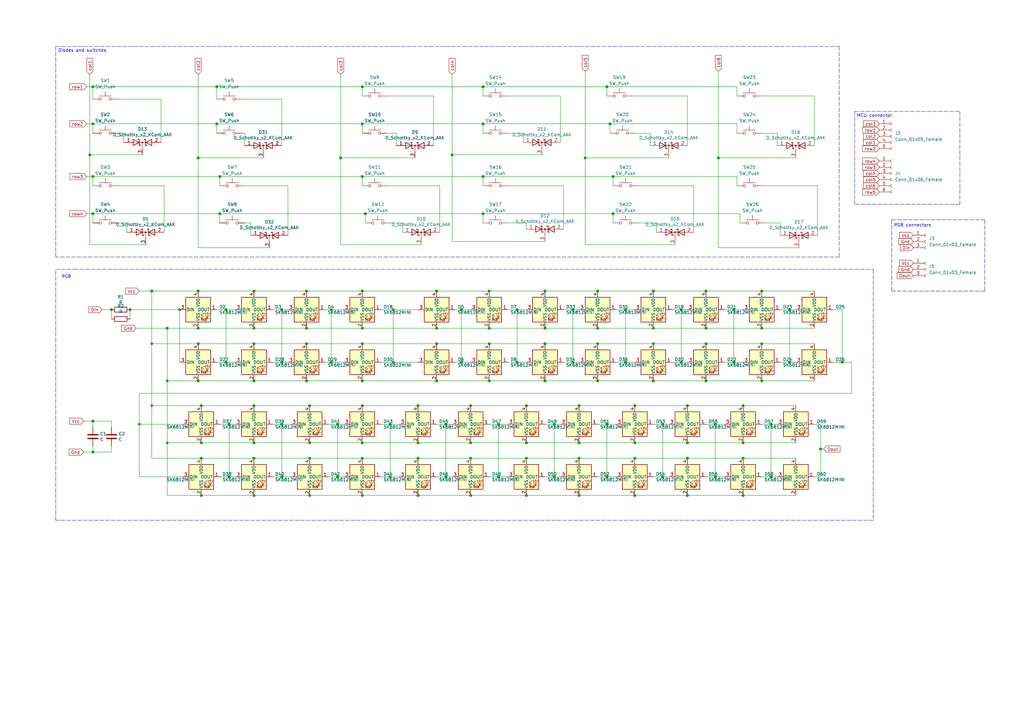
<source format=kicad_sch>
(kicad_sch (version 20211123) (generator eeschema)
  (paper "A3")
  (title_block (title "flex.sch") (date "2022-02-20") (company "bastard keyboards") (comment 3 "CC BY-NC-SA 4.0") (comment 4 "Copyright Quentin Lebastard 2022"))
  (junction (at 312.42 140.97) (diameter 1.016))
  (junction (at 316.23 195.58) (diameter 1.016))
  (junction (at 345.44 148.59) (diameter 1.016))
  (junction (at 148.59 35.56) (diameter 1.016))
  (junction (at 215.9 166.37) (diameter 1.016))
  (junction (at 62.23 140.97))
  (junction (at 281.94 187.96) (diameter 1.016))
  (junction (at 240.03 64.77) (diameter 1.016))
  (junction (at 200.66 140.97) (diameter 1.016))
  (junction (at 179.07 119.38) (diameter 1.016))
  (junction (at 200.66 119.38) (diameter 1.016))
  (junction (at 198.12 87.63) (diameter 1.016))
  (junction (at 215.9 187.96) (diameter 1.016))
  (junction (at 68.58 134.62) (diameter 1.016))
  (junction (at 127 166.37) (diameter 1.016))
  (junction (at 88.9 35.56) (diameter 1.016))
  (junction (at 227.33 195.58) (diameter 1.016))
  (junction (at 304.8 187.96) (diameter 1.016))
  (junction (at 179.07 134.62) (diameter 1.016))
  (junction (at 189.23 148.59) (diameter 1.016))
  (junction (at 245.11 140.97) (diameter 1.016))
  (junction (at 115.57 173.99) (diameter 1.016))
  (junction (at 256.54 127) (diameter 1.016))
  (junction (at 82.55 181.61) (diameter 1.016))
  (junction (at 104.14 119.38) (diameter 1.016))
  (junction (at 171.45 181.61) (diameter 1.016))
  (junction (at 215.9 181.61) (diameter 1.016))
  (junction (at 312.42 134.62) (diameter 1.016))
  (junction (at 82.55 203.2) (diameter 1.016))
  (junction (at 171.45 166.37) (diameter 1.016))
  (junction (at 148.59 72.39) (diameter 1.016))
  (junction (at 223.52 134.62) (diameter 1.016))
  (junction (at 289.56 140.97) (diameter 1.016))
  (junction (at 115.57 127) (diameter 1.016))
  (junction (at 104.14 140.97) (diameter 1.016))
  (junction (at 279.4 127) (diameter 1.016))
  (junction (at 68.58 156.21))
  (junction (at 215.9 203.2) (diameter 1.016))
  (junction (at 82.55 187.96) (diameter 1.016))
  (junction (at 256.54 148.59) (diameter 1.016))
  (junction (at 38.1 72.39) (diameter 1.016))
  (junction (at 200.66 156.21) (diameter 1.016))
  (junction (at 93.98 173.99) (diameter 1.016))
  (junction (at 127 187.96) (diameter 1.016))
  (junction (at 182.88 195.58) (diameter 1.016))
  (junction (at 245.11 156.21) (diameter 1.016))
  (junction (at 92.71 148.59) (diameter 1.016))
  (junction (at 104.14 187.96) (diameter 1.016))
  (junction (at 138.43 173.99) (diameter 1.016))
  (junction (at 81.28 119.38) (diameter 1.016))
  (junction (at 88.9 50.8) (diameter 1.016))
  (junction (at 281.94 203.2) (diameter 1.016))
  (junction (at 248.92 35.56) (diameter 1.016))
  (junction (at 212.09 127) (diameter 1.016))
  (junction (at 316.23 173.99) (diameter 1.016))
  (junction (at 81.28 156.21) (diameter 1.016))
  (junction (at 281.94 181.61) (diameter 1.016))
  (junction (at 115.57 148.59) (diameter 1.016))
  (junction (at 125.73 134.62) (diameter 1.016))
  (junction (at 300.99 127) (diameter 1.016))
  (junction (at 38.1 172.72) (diameter 1.016))
  (junction (at 81.28 64.77) (diameter 1.016))
  (junction (at 293.37 195.58) (diameter 1.016))
  (junction (at 204.47 173.99) (diameter 1.016))
  (junction (at 323.85 148.59) (diameter 1.016))
  (junction (at 267.97 156.21) (diameter 1.016))
  (junction (at 104.14 166.37) (diameter 1.016))
  (junction (at 57.15 173.99))
  (junction (at 289.56 134.62) (diameter 1.016))
  (junction (at 38.1 35.56) (diameter 1.016))
  (junction (at 234.95 127) (diameter 1.016))
  (junction (at 248.92 173.99) (diameter 1.016))
  (junction (at 148.59 134.62) (diameter 1.016))
  (junction (at 82.55 166.37) (diameter 1.016))
  (junction (at 223.52 156.21) (diameter 1.016))
  (junction (at 148.59 119.38) (diameter 1.016))
  (junction (at 260.35 187.96) (diameter 1.016))
  (junction (at 161.29 148.59) (diameter 1.016))
  (junction (at 271.78 173.99) (diameter 1.016))
  (junction (at 148.59 156.21) (diameter 1.016))
  (junction (at 62.23 119.38) (diameter 1.016))
  (junction (at 53.34 127) (diameter 1.016))
  (junction (at 38.1 50.8) (diameter 1.016))
  (junction (at 281.94 166.37) (diameter 1.016))
  (junction (at 93.98 195.58) (diameter 1.016))
  (junction (at 81.28 134.62) (diameter 1.016))
  (junction (at 245.11 134.62) (diameter 1.016))
  (junction (at 289.56 156.21) (diameter 1.016))
  (junction (at 115.57 195.58) (diameter 1.016))
  (junction (at 234.95 148.59) (diameter 1.016))
  (junction (at 127 203.2) (diameter 1.016))
  (junction (at 300.99 148.59) (diameter 1.016))
  (junction (at 267.97 119.38) (diameter 1.016))
  (junction (at 161.29 127) (diameter 1.016))
  (junction (at 237.49 181.61) (diameter 1.016))
  (junction (at 289.56 119.38) (diameter 1.016))
  (junction (at 304.8 181.61) (diameter 1.016))
  (junction (at 104.14 156.21) (diameter 1.016))
  (junction (at 182.88 173.99) (diameter 1.016))
  (junction (at 104.14 181.61) (diameter 1.016))
  (junction (at 204.47 195.58) (diameter 1.016))
  (junction (at 127 181.61) (diameter 1.016))
  (junction (at 260.35 181.61) (diameter 1.016))
  (junction (at 245.11 119.38) (diameter 1.016))
  (junction (at 198.12 72.39) (diameter 1.016))
  (junction (at 189.23 127) (diameter 1.016))
  (junction (at 149.86 87.63) (diameter 1.016))
  (junction (at 198.12 50.8) (diameter 1.016))
  (junction (at 251.46 87.63) (diameter 1.016))
  (junction (at 223.52 119.38) (diameter 1.016))
  (junction (at 323.85 127) (diameter 1.016))
  (junction (at 260.35 166.37) (diameter 1.016))
  (junction (at 193.04 187.96) (diameter 1.016))
  (junction (at 148.59 50.8) (diameter 1.016))
  (junction (at 227.33 173.99) (diameter 1.016))
  (junction (at 62.23 166.37))
  (junction (at 125.73 140.97) (diameter 1.016))
  (junction (at 104.14 203.2) (diameter 1.016))
  (junction (at 304.8 203.2) (diameter 1.016))
  (junction (at 125.73 156.21) (diameter 1.016))
  (junction (at 212.09 148.59) (diameter 1.016))
  (junction (at 125.73 119.38) (diameter 1.016))
  (junction (at 148.59 203.2) (diameter 1.016))
  (junction (at 148.59 140.97) (diameter 1.016))
  (junction (at 279.4 148.59) (diameter 1.016))
  (junction (at 248.92 195.58) (diameter 1.016))
  (junction (at 148.59 166.37) (diameter 1.016))
  (junction (at 198.12 35.56) (diameter 1.016))
  (junction (at 267.97 140.97) (diameter 1.016))
  (junction (at 251.46 72.39) (diameter 1.016))
  (junction (at 73.66 127) (diameter 1.016))
  (junction (at 68.58 181.61))
  (junction (at 185.42 63.5) (diameter 1.016))
  (junction (at 294.64 64.77) (diameter 1.016))
  (junction (at 135.89 127) (diameter 1.016))
  (junction (at 171.45 203.2) (diameter 1.016))
  (junction (at 237.49 203.2) (diameter 1.016))
  (junction (at 179.07 156.21) (diameter 1.016))
  (junction (at 160.02 173.99) (diameter 1.016))
  (junction (at 304.8 166.37) (diameter 1.016))
  (junction (at 160.02 195.58) (diameter 1.016))
  (junction (at 193.04 181.61) (diameter 1.016))
  (junction (at 336.55 184.15) (diameter 1.016))
  (junction (at 250.19 50.8) (diameter 1.016))
  (junction (at 38.1 87.63) (diameter 1.016))
  (junction (at 179.07 140.97) (diameter 1.016))
  (junction (at 193.04 203.2) (diameter 1.016))
  (junction (at 260.35 203.2) (diameter 1.016))
  (junction (at 267.97 134.62) (diameter 1.016))
  (junction (at 171.45 187.96) (diameter 1.016))
  (junction (at 139.7 64.77) (diameter 1.016))
  (junction (at 148.59 187.96) (diameter 1.016))
  (junction (at 104.14 134.62) (diameter 1.016))
  (junction (at 271.78 195.58) (diameter 1.016))
  (junction (at 237.49 187.96) (diameter 1.016))
  (junction (at 138.43 195.58) (diameter 1.016))
  (junction (at 45.72 127) (diameter 1.016))
  (junction (at 193.04 166.37) (diameter 1.016))
  (junction (at 81.28 140.97) (diameter 1.016))
  (junction (at 223.52 140.97) (diameter 1.016))
  (junction (at 148.59 181.61) (diameter 1.016))
  (junction (at 36.83 63.5) (diameter 1.016))
  (junction (at 293.37 173.99) (diameter 1.016))
  (junction (at 312.42 156.21) (diameter 1.016))
  (junction (at 92.71 127) (diameter 1.016))
  (junction (at 135.89 148.59) (diameter 1.016))
  (junction (at 312.42 119.38) (diameter 1.016))
  (junction (at 38.1 185.42) (diameter 1.016))
  (junction (at 90.17 72.39) (diameter 1.016))
  (junction (at 90.17 87.63) (diameter 1.016))
  (junction (at 200.66 134.62) (diameter 1.016))
  (junction (at 237.49 166.37) (diameter 1.016))
  (wire (pts (xy 82.55 166.37) (xy 104.14 166.37)))
  (wire (pts (xy 186.69 127) (xy 189.23 127)))
  (wire (pts (xy 271.78 173.99) (xy 271.78 195.58)))
  (wire (pts (xy 294.64 101.6) (xy 327.66 101.6)))
  (wire (pts (xy 93.98 173.99) (xy 96.52 173.99)))
  (wire (pts (xy 198.12 35.56) (xy 198.12 39.37)))
  (wire (pts (xy 231.14 127) (xy 234.95 127)))
  (wire (pts (xy 312.42 76.2) (xy 335.28 76.2)))
  (wire (pts (xy 281.94 187.96) (xy 304.8 187.96)))
  (wire (pts (xy 172.72 100.33) (xy 139.7 100.33)))
  (wire (pts (xy 111.76 148.59) (xy 115.57 148.59)))
  (wire (pts (xy 294.64 29.21) (xy 294.64 64.77)))
  (polyline (pts (xy 403.86 90.17) (xy 403.86 119.38)))
  (wire (pts (xy 223.52 156.21) (xy 245.11 156.21)))
  (wire (pts (xy 281.94 39.37) (xy 281.94 59.69)))
  (wire (pts (xy 38.1 72.39) (xy 38.1 76.2)))
  (wire (pts (xy 165.1 91.44) (xy 165.1 95.25)))
  (wire (pts (xy 135.89 148.59) (xy 140.97 148.59)))
  (wire (pts (xy 345.44 148.59) (xy 349.25 148.59)))
  (wire (pts (xy 227.33 173.99) (xy 227.33 195.58)))
  (wire (pts (xy 158.75 39.37) (xy 177.8 39.37)))
  (polyline (pts (xy 358.14 110.49) (xy 358.14 213.36)))
  (wire (pts (xy 148.59 166.37) (xy 171.45 166.37)))
  (wire (pts (xy 177.8 39.37) (xy 177.8 59.69)))
  (wire (pts (xy 148.59 72.39) (xy 148.59 76.2)))
  (wire (pts (xy 57.15 161.29) (xy 57.15 173.99)))
  (wire (pts (xy 227.33 195.58) (xy 229.87 195.58)))
  (wire (pts (xy 251.46 87.63) (xy 198.12 87.63)))
  (wire (pts (xy 320.04 91.44) (xy 320.04 96.52)))
  (wire (pts (xy 160.02 173.99) (xy 160.02 195.58)))
  (wire (pts (xy 231.14 148.59) (xy 234.95 148.59)))
  (wire (pts (xy 104.14 119.38) (xy 125.73 119.38)))
  (polyline (pts (xy 22.86 110.49) (xy 30.48 110.49)))
  (wire (pts (xy 266.7 54.61) (xy 266.7 59.69)))
  (wire (pts (xy 293.37 173.99) (xy 297.18 173.99)))
  (wire (pts (xy 81.28 64.77) (xy 81.28 101.6)))
  (polyline (pts (xy 22.86 19.05) (xy 344.17 19.05)))
  (wire (pts (xy 193.04 166.37) (xy 215.9 166.37)))
  (wire (pts (xy 135.89 127) (xy 140.97 127)))
  (wire (pts (xy 156.21 127) (xy 161.29 127)))
  (wire (pts (xy 38.1 185.42) (xy 38.1 182.88)))
  (wire (pts (xy 240.03 64.77) (xy 274.32 64.77)))
  (wire (pts (xy 115.57 195.58) (xy 119.38 195.58)))
  (wire (pts (xy 200.66 173.99) (xy 204.47 173.99)))
  (wire (pts (xy 62.23 166.37) (xy 62.23 187.96)))
  (wire (pts (xy 99.06 40.64) (xy 115.57 40.64)))
  (polyline (pts (xy 365.76 90.17) (xy 365.76 119.38)))
  (wire (pts (xy 161.29 148.59) (xy 171.45 148.59)))
  (wire (pts (xy 237.49 203.2) (xy 260.35 203.2)))
  (wire (pts (xy 148.59 181.61) (xy 171.45 181.61)))
  (wire (pts (xy 68.58 134.62) (xy 81.28 134.62)))
  (wire (pts (xy 90.17 87.63) (xy 149.86 87.63)))
  (wire (pts (xy 240.03 29.21) (xy 240.03 64.77)))
  (wire (pts (xy 204.47 195.58) (xy 208.28 195.58)))
  (wire (pts (xy 312.42 134.62) (xy 334.01 134.62)))
  (wire (pts (xy 158.75 54.61) (xy 162.56 54.61)))
  (wire (pts (xy 215.9 203.2) (xy 237.49 203.2)))
  (wire (pts (xy 231.14 76.2) (xy 231.14 93.98)))
  (wire (pts (xy 313.69 91.44) (xy 320.04 91.44)))
  (wire (pts (xy 104.14 166.37) (xy 127 166.37)))
  (wire (pts (xy 281.94 203.2) (xy 304.8 203.2)))
  (wire (pts (xy 208.28 127) (xy 212.09 127)))
  (wire (pts (xy 198.12 87.63) (xy 198.12 91.44)))
  (wire (pts (xy 88.9 50.8) (xy 148.59 50.8)))
  (wire (pts (xy 57.15 195.58) (xy 57.15 173.99)))
  (wire (pts (xy 289.56 140.97) (xy 312.42 140.97)))
  (wire (pts (xy 38.1 35.56) (xy 38.1 40.64)))
  (wire (pts (xy 82.55 187.96) (xy 104.14 187.96)))
  (wire (pts (xy 223.52 134.62) (xy 245.11 134.62)))
  (wire (pts (xy 148.59 134.62) (xy 179.07 134.62)))
  (wire (pts (xy 104.14 181.61) (xy 127 181.61)))
  (wire (pts (xy 260.35 181.61) (xy 281.94 181.61)))
  (wire (pts (xy 234.95 127) (xy 234.95 148.59)))
  (wire (pts (xy 125.73 156.21) (xy 148.59 156.21)))
  (wire (pts (xy 312.42 140.97) (xy 334.01 140.97)))
  (wire (pts (xy 52.07 91.44) (xy 52.07 95.25)))
  (polyline (pts (xy 22.86 19.05) (xy 22.86 105.41)))
  (wire (pts (xy 275.59 148.59) (xy 279.4 148.59)))
  (wire (pts (xy 134.62 195.58) (xy 138.43 195.58)))
  (wire (pts (xy 245.11 140.97) (xy 267.97 140.97)))
  (wire (pts (xy 88.9 35.56) (xy 148.59 35.56)))
  (wire (pts (xy 82.55 181.61) (xy 104.14 181.61)))
  (polyline (pts (xy 393.7 83.82) (xy 350.52 83.82)))
  (wire (pts (xy 304.8 181.61) (xy 326.39 181.61)))
  (wire (pts (xy 245.11 156.21) (xy 267.97 156.21)))
  (wire (pts (xy 62.23 187.96) (xy 82.55 187.96)))
  (wire (pts (xy 135.89 127) (xy 135.89 148.59)))
  (wire (pts (xy 261.62 91.44) (xy 269.24 91.44)))
  (wire (pts (xy 279.4 148.59) (xy 281.94 148.59)))
  (wire (pts (xy 293.37 195.58) (xy 297.18 195.58)))
  (wire (pts (xy 245.11 173.99) (xy 248.92 173.99)))
  (wire (pts (xy 68.58 181.61) (xy 82.55 181.61)))
  (polyline (pts (xy 350.52 45.72) (xy 393.7 45.72)))
  (wire (pts (xy 200.66 140.97) (xy 223.52 140.97)))
  (wire (pts (xy 320.04 148.59) (xy 323.85 148.59)))
  (wire (pts (xy 36.83 30.48) (xy 36.83 63.5)))
  (wire (pts (xy 256.54 127) (xy 260.35 127)))
  (wire (pts (xy 162.56 54.61) (xy 162.56 59.69)))
  (wire (pts (xy 160.02 173.99) (xy 163.83 173.99)))
  (wire (pts (xy 212.09 127) (xy 215.9 127)))
  (wire (pts (xy 45.72 127) (xy 45.72 130.81)))
  (wire (pts (xy 81.28 140.97) (xy 62.23 140.97)))
  (wire (pts (xy 248.92 195.58) (xy 252.73 195.58)))
  (wire (pts (xy 90.17 87.63) (xy 90.17 91.44)))
  (wire (pts (xy 148.59 35.56) (xy 148.59 39.37)))
  (wire (pts (xy 38.1 172.72) (xy 34.29 172.72)))
  (wire (pts (xy 38.1 87.63) (xy 38.1 91.44)))
  (wire (pts (xy 252.73 148.59) (xy 256.54 148.59)))
  (wire (pts (xy 215.9 187.96) (xy 237.49 187.96)))
  (wire (pts (xy 289.56 156.21) (xy 312.42 156.21)))
  (wire (pts (xy 248.92 173.99) (xy 252.73 173.99)))
  (wire (pts (xy 312.42 39.37) (xy 334.01 39.37)))
  (wire (pts (xy 179.07 134.62) (xy 200.66 134.62)))
  (wire (pts (xy 200.66 134.62) (xy 223.52 134.62)))
  (wire (pts (xy 88.9 148.59) (xy 92.71 148.59)))
  (wire (pts (xy 294.64 64.77) (xy 294.64 101.6)))
  (wire (pts (xy 68.58 156.21) (xy 81.28 156.21)))
  (wire (pts (xy 179.07 195.58) (xy 182.88 195.58)))
  (wire (pts (xy 115.57 148.59) (xy 118.11 148.59)))
  (wire (pts (xy 55.88 134.62) (xy 68.58 134.62)))
  (polyline (pts (xy 344.17 19.05) (xy 344.17 105.41)))
  (wire (pts (xy 104.14 203.2) (xy 127 203.2)))
  (wire (pts (xy 336.55 184.15) (xy 336.55 195.58)))
  (wire (pts (xy 68.58 156.21) (xy 68.58 181.61)))
  (wire (pts (xy 34.29 185.42) (xy 38.1 185.42)))
  (wire (pts (xy 35.56 87.63) (xy 38.1 87.63)))
  (wire (pts (xy 160.02 195.58) (xy 163.83 195.58)))
  (wire (pts (xy 349.25 161.29) (xy 57.15 161.29)))
  (wire (pts (xy 57.15 173.99) (xy 74.93 173.99)))
  (wire (pts (xy 267.97 140.97) (xy 289.56 140.97)))
  (wire (pts (xy 189.23 148.59) (xy 193.04 148.59)))
  (wire (pts (xy 267.97 195.58) (xy 271.78 195.58)))
  (wire (pts (xy 88.9 35.56) (xy 88.9 40.64)))
  (wire (pts (xy 198.12 35.56) (xy 248.92 35.56)))
  (wire (pts (xy 250.19 50.8) (xy 302.26 50.8)))
  (wire (pts (xy 260.35 187.96) (xy 281.94 187.96)))
  (wire (pts (xy 279.4 127) (xy 279.4 148.59)))
  (wire (pts (xy 179.07 156.21) (xy 200.66 156.21)))
  (wire (pts (xy 111.76 127) (xy 115.57 127)))
  (wire (pts (xy 240.03 100.33) (xy 276.86 100.33)))
  (wire (pts (xy 245.11 195.58) (xy 248.92 195.58)))
  (wire (pts (xy 171.45 187.96) (xy 193.04 187.96)))
  (wire (pts (xy 245.11 134.62) (xy 267.97 134.62)))
  (wire (pts (xy 36.83 100.33) (xy 59.69 100.33)))
  (wire (pts (xy 92.71 127) (xy 92.71 148.59)))
  (wire (pts (xy 62.23 140.97) (xy 62.23 119.38)))
  (wire (pts (xy 99.06 54.61) (xy 100.33 54.61)))
  (wire (pts (xy 171.45 181.61) (xy 193.04 181.61)))
  (wire (pts (xy 269.24 91.44) (xy 269.24 95.25)))
  (wire (pts (xy 156.21 195.58) (xy 160.02 195.58)))
  (wire (pts (xy 323.85 127) (xy 323.85 148.59)))
  (wire (pts (xy 35.56 72.39) (xy 38.1 72.39)))
  (wire (pts (xy 182.88 173.99) (xy 182.88 195.58)))
  (wire (pts (xy 256.54 127) (xy 256.54 148.59)))
  (wire (pts (xy 81.28 134.62) (xy 104.14 134.62)))
  (wire (pts (xy 45.72 175.26) (xy 45.72 172.72)))
  (wire (pts (xy 115.57 173.99) (xy 119.38 173.99)))
  (wire (pts (xy 81.28 156.21) (xy 104.14 156.21)))
  (wire (pts (xy 212.09 127) (xy 212.09 148.59)))
  (wire (pts (xy 118.11 76.2) (xy 118.11 96.52)))
  (wire (pts (xy 302.26 72.39) (xy 302.26 76.2)))
  (wire (pts (xy 35.56 50.8) (xy 38.1 50.8)))
  (wire (pts (xy 256.54 148.59) (xy 260.35 148.59)))
  (wire (pts (xy 133.35 148.59) (xy 135.89 148.59)))
  (wire (pts (xy 104.14 187.96) (xy 127 187.96)))
  (wire (pts (xy 284.48 76.2) (xy 284.48 95.25)))
  (wire (pts (xy 93.98 173.99) (xy 93.98 195.58)))
  (wire (pts (xy 336.55 173.99) (xy 336.55 184.15)))
  (wire (pts (xy 300.99 127) (xy 300.99 148.59)))
  (wire (pts (xy 111.76 173.99) (xy 115.57 173.99)))
  (wire (pts (xy 260.35 54.61) (xy 266.7 54.61)))
  (wire (pts (xy 200.66 195.58) (xy 204.47 195.58)))
  (wire (pts (xy 227.33 173.99) (xy 229.87 173.99)))
  (wire (pts (xy 156.21 173.99) (xy 160.02 173.99)))
  (wire (pts (xy 316.23 195.58) (xy 318.77 195.58)))
  (wire (pts (xy 48.26 76.2) (xy 67.31 76.2)))
  (wire (pts (xy 300.99 148.59) (xy 304.8 148.59)))
  (wire (pts (xy 267.97 156.21) (xy 289.56 156.21)))
  (wire (pts (xy 234.95 148.59) (xy 237.49 148.59)))
  (wire (pts (xy 38.1 35.56) (xy 88.9 35.56)))
  (wire (pts (xy 125.73 140.97) (xy 148.59 140.97)))
  (wire (pts (xy 234.95 127) (xy 237.49 127)))
  (wire (pts (xy 198.12 72.39) (xy 198.12 76.2)))
  (wire (pts (xy 38.1 50.8) (xy 88.9 50.8)))
  (polyline (pts (xy 344.17 105.41) (xy 22.86 105.41)))
  (wire (pts (xy 35.56 35.56) (xy 38.1 35.56)))
  (wire (pts (xy 289.56 134.62) (xy 312.42 134.62)))
  (wire (pts (xy 297.18 127) (xy 300.99 127)))
  (wire (pts (xy 208.28 148.59) (xy 212.09 148.59)))
  (wire (pts (xy 161.29 127) (xy 161.29 148.59)))
  (wire (pts (xy 275.59 127) (xy 279.4 127)))
  (wire (pts (xy 193.04 203.2) (xy 215.9 203.2)))
  (polyline (pts (xy 350.52 45.72) (xy 350.52 83.82)))
  (polyline (pts (xy 393.7 45.72) (xy 393.7 83.82)))
  (wire (pts (xy 189.23 127) (xy 189.23 148.59)))
  (wire (pts (xy 90.17 173.99) (xy 93.98 173.99)))
  (wire (pts (xy 81.28 119.38) (xy 104.14 119.38)))
  (wire (pts (xy 240.03 64.77) (xy 240.03 100.33)))
  (wire (pts (xy 208.28 91.44) (xy 215.9 91.44)))
  (wire (pts (xy 171.45 203.2) (xy 193.04 203.2)))
  (wire (pts (xy 341.63 148.59) (xy 345.44 148.59)))
  (wire (pts (xy 212.09 148.59) (xy 215.9 148.59)))
  (wire (pts (xy 104.14 156.21) (xy 125.73 156.21)))
  (wire (pts (xy 193.04 181.61) (xy 215.9 181.61)))
  (wire (pts (xy 304.8 203.2) (xy 326.39 203.2)))
  (wire (pts (xy 200.66 156.21) (xy 223.52 156.21)))
  (wire (pts (xy 229.87 58.42) (xy 229.87 39.37)))
  (wire (pts (xy 312.42 195.58) (xy 316.23 195.58)))
  (wire (pts (xy 148.59 140.97) (xy 179.07 140.97)))
  (wire (pts (xy 158.75 76.2) (xy 180.34 76.2)))
  (wire (pts (xy 302.26 50.8) (xy 302.26 54.61)))
  (wire (pts (xy 334.01 39.37) (xy 334.01 59.69)))
  (wire (pts (xy 133.35 127) (xy 135.89 127)))
  (wire (pts (xy 289.56 119.38) (xy 312.42 119.38)))
  (wire (pts (xy 45.72 185.42) (xy 45.72 182.88)))
  (wire (pts (xy 36.83 63.5) (xy 36.83 100.33)))
  (wire (pts (xy 214.63 54.61) (xy 214.63 58.42)))
  (wire (pts (xy 198.12 50.8) (xy 198.12 54.61)))
  (wire (pts (xy 237.49 166.37) (xy 260.35 166.37)))
  (wire (pts (xy 48.26 40.64) (xy 66.04 40.64)))
  (wire (pts (xy 88.9 50.8) (xy 88.9 54.61)))
  (wire (pts (xy 250.19 50.8) (xy 250.19 54.61)))
  (wire (pts (xy 267.97 119.38) (xy 289.56 119.38)))
  (wire (pts (xy 82.55 203.2) (xy 104.14 203.2)))
  (wire (pts (xy 318.77 54.61) (xy 318.77 59.69)))
  (wire (pts (xy 248.92 35.56) (xy 302.26 35.56)))
  (wire (pts (xy 161.29 127) (xy 171.45 127)))
  (wire (pts (xy 115.57 40.64) (xy 115.57 59.69)))
  (wire (pts (xy 48.26 54.61) (xy 50.8 54.61)))
  (wire (pts (xy 345.44 127) (xy 345.44 148.59)))
  (wire (pts (xy 182.88 173.99) (xy 185.42 173.99)))
  (wire (pts (xy 149.86 87.63) (xy 149.86 91.44)))
  (wire (pts (xy 334.01 173.99) (xy 336.55 173.99)))
  (wire (pts (xy 66.04 40.64) (xy 66.04 58.42)))
  (wire (pts (xy 88.9 127) (xy 92.71 127)))
  (wire (pts (xy 93.98 195.58) (xy 96.52 195.58)))
  (wire (pts (xy 335.28 76.2) (xy 335.28 96.52)))
  (wire (pts (xy 115.57 127) (xy 118.11 127)))
  (wire (pts (xy 223.52 140.97) (xy 245.11 140.97)))
  (wire (pts (xy 312.42 173.99) (xy 316.23 173.99)))
  (wire (pts (xy 289.56 195.58) (xy 293.37 195.58)))
  (wire (pts (xy 92.71 127) (xy 96.52 127)))
  (wire (pts (xy 312.42 156.21) (xy 334.01 156.21)))
  (wire (pts (xy 271.78 173.99) (xy 274.32 173.99)))
  (wire (pts (xy 57.15 119.38) (xy 62.23 119.38)))
  (wire (pts (xy 289.56 173.99) (xy 293.37 173.99)))
  (wire (pts (xy 271.78 195.58) (xy 274.32 195.58)))
  (wire (pts (xy 223.52 173.99) (xy 227.33 173.99)))
  (wire (pts (xy 267.97 134.62) (xy 289.56 134.62)))
  (wire (pts (xy 245.11 119.38) (xy 267.97 119.38)))
  (wire (pts (xy 53.34 127) (xy 53.34 130.81)))
  (wire (pts (xy 186.69 148.59) (xy 189.23 148.59)))
  (wire (pts (xy 185.42 63.5) (xy 222.25 63.5)))
  (wire (pts (xy 204.47 173.99) (xy 208.28 173.99)))
  (wire (pts (xy 111.76 195.58) (xy 115.57 195.58)))
  (wire (pts (xy 138.43 173.99) (xy 140.97 173.99)))
  (wire (pts (xy 38.1 175.26) (xy 38.1 172.72)))
  (wire (pts (xy 252.73 127) (xy 256.54 127)))
  (wire (pts (xy 267.97 173.99) (xy 271.78 173.99)))
  (wire (pts (xy 100.33 54.61) (xy 100.33 59.69)))
  (wire (pts (xy 336.55 195.58) (xy 334.01 195.58)))
  (wire (pts (xy 251.46 87.63) (xy 303.53 87.63)))
  (wire (pts (xy 304.8 166.37) (xy 326.39 166.37)))
  (wire (pts (xy 38.1 72.39) (xy 90.17 72.39)))
  (wire (pts (xy 68.58 181.61) (xy 68.58 203.2)))
  (wire (pts (xy 179.07 173.99) (xy 182.88 173.99)))
  (wire (pts (xy 73.66 127) (xy 73.66 148.59)))
  (wire (pts (xy 251.46 91.44) (xy 251.46 87.63)))
  (wire (pts (xy 38.1 185.42) (xy 45.72 185.42)))
  (wire (pts (xy 160.02 91.44) (xy 165.1 91.44)))
  (wire (pts (xy 302.26 35.56) (xy 302.26 39.37)))
  (wire (pts (xy 148.59 35.56) (xy 198.12 35.56)))
  (wire (pts (xy 148.59 187.96) (xy 171.45 187.96)))
  (wire (pts (xy 148.59 72.39) (xy 198.12 72.39)))
  (wire (pts (xy 279.4 127) (xy 281.94 127)))
  (wire (pts (xy 316.23 173.99) (xy 316.23 195.58)))
  (wire (pts (xy 294.64 64.77) (xy 326.39 64.77)))
  (wire (pts (xy 180.34 76.2) (xy 180.34 95.25)))
  (wire (pts (xy 90.17 195.58) (xy 93.98 195.58)))
  (wire (pts (xy 115.57 127) (xy 115.57 148.59)))
  (wire (pts (xy 179.07 119.38) (xy 200.66 119.38)))
  (wire (pts (xy 148.59 50.8) (xy 198.12 50.8)))
  (wire (pts (xy 179.07 140.97) (xy 200.66 140.97)))
  (wire (pts (xy 316.23 173.99) (xy 318.77 173.99)))
  (wire (pts (xy 336.55 184.15) (xy 337.82 184.15)))
  (wire (pts (xy 208.28 54.61) (xy 214.63 54.61)))
  (wire (pts (xy 237.49 181.61) (xy 260.35 181.61)))
  (wire (pts (xy 304.8 187.96) (xy 326.39 187.96)))
  (wire (pts (xy 125.73 119.38) (xy 148.59 119.38)))
  (wire (pts (xy 81.28 140.97) (xy 104.14 140.97)))
  (wire (pts (xy 189.23 127) (xy 193.04 127)))
  (wire (pts (xy 198.12 72.39) (xy 251.46 72.39)))
  (wire (pts (xy 312.42 54.61) (xy 318.77 54.61)))
  (wire (pts (xy 138.43 173.99) (xy 138.43 195.58)))
  (wire (pts (xy 115.57 173.99) (xy 115.57 195.58)))
  (wire (pts (xy 148.59 50.8) (xy 148.59 54.61)))
  (wire (pts (xy 48.26 91.44) (xy 52.07 91.44)))
  (wire (pts (xy 215.9 181.61) (xy 237.49 181.61)))
  (wire (pts (xy 90.17 72.39) (xy 90.17 76.2)))
  (wire (pts (xy 90.17 72.39) (xy 148.59 72.39)))
  (polyline (pts (xy 22.86 213.36) (xy 22.86 110.49)))
  (wire (pts (xy 127 203.2) (xy 148.59 203.2)))
  (wire (pts (xy 68.58 203.2) (xy 82.55 203.2)))
  (wire (pts (xy 297.18 148.59) (xy 300.99 148.59)))
  (wire (pts (xy 182.88 195.58) (xy 185.42 195.58)))
  (wire (pts (xy 281.94 181.61) (xy 304.8 181.61)))
  (wire (pts (xy 102.87 91.44) (xy 102.87 96.52)))
  (wire (pts (xy 139.7 64.77) (xy 170.18 64.77)))
  (wire (pts (xy 341.63 127) (xy 345.44 127)))
  (wire (pts (xy 127 187.96) (xy 148.59 187.96)))
  (wire (pts (xy 125.73 134.62) (xy 148.59 134.62)))
  (wire (pts (xy 104.14 140.97) (xy 125.73 140.97)))
  (wire (pts (xy 185.42 99.06) (xy 223.52 99.06)))
  (wire (pts (xy 185.42 63.5) (xy 185.42 99.06)))
  (wire (pts (xy 148.59 156.21) (xy 179.07 156.21)))
  (wire (pts (xy 100.33 76.2) (xy 118.11 76.2)))
  (wire (pts (xy 193.04 187.96) (xy 215.9 187.96)))
  (wire (pts (xy 74.93 195.58) (xy 57.15 195.58)))
  (wire (pts (xy 237.49 187.96) (xy 260.35 187.96)))
  (wire (pts (xy 320.04 127) (xy 323.85 127)))
  (polyline (pts (xy 358.14 213.36) (xy 22.86 213.36)))
  (wire (pts (xy 223.52 195.58) (xy 227.33 195.58)))
  (wire (pts (xy 215.9 91.44) (xy 215.9 93.98)))
  (polyline (pts (xy 365.76 90.17) (xy 403.86 90.17)))
  (wire (pts (xy 323.85 127) (xy 326.39 127)))
  (wire (pts (xy 53.34 127) (xy 73.66 127)))
  (wire (pts (xy 259.08 39.37) (xy 281.94 39.37)))
  (wire (pts (xy 171.45 166.37) (xy 193.04 166.37)))
  (wire (pts (xy 223.52 119.38) (xy 245.11 119.38)))
  (wire (pts (xy 300.99 127) (xy 304.8 127)))
  (wire (pts (xy 110.49 101.6) (xy 81.28 101.6)))
  (wire (pts (xy 107.95 64.77) (xy 81.28 64.77)))
  (wire (pts (xy 349.25 148.59) (xy 349.25 161.29)))
  (wire (pts (xy 138.43 195.58) (xy 140.97 195.58)))
  (polyline (pts (xy 30.48 110.49) (xy 358.14 110.49)))
  (wire (pts (xy 148.59 119.38) (xy 179.07 119.38)))
  (wire (pts (xy 229.87 39.37) (xy 208.28 39.37)))
  (wire (pts (xy 303.53 87.63) (xy 303.53 91.44)))
  (wire (pts (xy 38.1 87.63) (xy 90.17 87.63)))
  (wire (pts (xy 68.58 134.62) (xy 68.58 156.21)))
  (wire (pts (xy 248.92 173.99) (xy 248.92 195.58)))
  (wire (pts (xy 148.59 203.2) (xy 171.45 203.2)))
  (wire (pts (xy 50.8 54.61) (xy 50.8 58.42)))
  (wire (pts (xy 139.7 64.77) (xy 139.7 100.33)))
  (wire (pts (xy 312.42 119.38) (xy 334.01 119.38)))
  (wire (pts (xy 81.28 30.48) (xy 81.28 64.77)))
  (wire (pts (xy 134.62 173.99) (xy 138.43 173.99)))
  (wire (pts (xy 198.12 50.8) (xy 250.19 50.8)))
  (wire (pts (xy 41.91 127) (xy 45.72 127)))
  (wire (pts (xy 45.72 172.72) (xy 38.1 172.72)))
  (wire (pts (xy 204.47 173.99) (xy 204.47 195.58)))
  (wire (pts (xy 127 181.61) (xy 148.59 181.61)))
  (wire (pts (xy 323.85 148.59) (xy 326.39 148.59)))
  (wire (pts (xy 62.23 140.97) (xy 62.23 166.37)))
  (wire (pts (xy 38.1 50.8) (xy 38.1 54.61)))
  (wire (pts (xy 127 166.37) (xy 148.59 166.37)))
  (wire (pts (xy 62.23 119.38) (xy 81.28 119.38)))
  (wire (pts (xy 139.7 30.48) (xy 139.7 64.77)))
  (wire (pts (xy 251.46 72.39) (xy 251.46 76.2)))
  (wire (pts (xy 185.42 30.48) (xy 185.42 63.5)))
  (wire (pts (xy 156.21 148.59) (xy 161.29 148.59)))
  (polyline (pts (xy 403.86 119.38) (xy 365.76 119.38)))
  (wire (pts (xy 251.46 72.39) (xy 302.26 72.39)))
  (wire (pts (xy 62.23 166.37) (xy 82.55 166.37)))
  (wire (pts (xy 293.37 173.99) (xy 293.37 195.58)))
  (wire (pts (xy 208.28 76.2) (xy 231.14 76.2)))
  (wire (pts (xy 260.35 203.2) (xy 281.94 203.2)))
  (wire (pts (xy 261.62 76.2) (xy 284.48 76.2)))
  (wire (pts (xy 149.86 87.63) (xy 198.12 87.63)))
  (wire (pts (xy 200.66 119.38) (xy 223.52 119.38)))
  (wire (pts (xy 281.94 166.37) (xy 304.8 166.37)))
  (wire (pts (xy 215.9 166.37) (xy 237.49 166.37)))
  (wire (pts (xy 260.35 166.37) (xy 281.94 166.37)))
  (wire (pts (xy 248.92 39.37) (xy 248.92 35.56)))
  (wire (pts (xy 104.14 134.62) (xy 125.73 134.62)))
  (wire (pts (xy 100.33 91.44) (xy 102.87 91.44)))
  (wire (pts (xy 67.31 76.2) (xy 67.31 95.25)))
  (wire (pts (xy 58.42 63.5) (xy 36.83 63.5)))
  (wire (pts (xy 92.71 148.59) (xy 96.52 148.59)))
  (text "Diodes and switches" (at 43.688 21.59 180) (effects (font (size 1.27 1.27)) (justify right bottom)))
  (text "RGB" (at 29.21 114.3 180) (effects (font (size 1.27 1.27)) (justify right bottom)))
  (text "MCU connector" (at 366.014 48.26 180) (effects (font (size 1.27 1.27)) (justify right bottom)))
  (text "This work is licensed under a Creative Commons Attribution-NonCommercial-ShareAlike 4.0 International License." (at 429.26 378.46 0) (effects (font (size 1.27 1.27)) (justify left bottom)))
  (text "RGB connectors" (at 382.016 93.218 180) (effects (font (size 1.27 1.27)) (justify right bottom)))
  (global_label "Din" (shape input) (at 41.91 127 180) (property "Intersheet References" "${INTERSHEET_REFS}" (effects hide)))
  (global_label "col6" (shape input) (at 360.68 76.2 180) (property "Intersheet References" "${INTERSHEET_REFS}" (effects hide)))
  (global_label "col5" (shape input) (at 360.68 73.66 180) (property "Intersheet References" "${INTERSHEET_REFS}" (effects hide)))
  (global_label "Din" (shape input) (at 374.65 101.6 180) (property "Intersheet References" "${INTERSHEET_REFS}" (effects hide)))
  (global_label "col5" (shape input) (at 240.03 29.21 90) (property "Intersheet References" "${INTERSHEET_REFS}" (effects hide)))
  (global_label "Dout" (shape input) (at 337.82 184.15 0) (property "Intersheet References" "${INTERSHEET_REFS}" (effects hide)))
  (global_label "col3" (shape input) (at 139.7 30.48 90) (property "Intersheet References" "${INTERSHEET_REFS}" (effects hide)))
  (global_label "row3" (shape input) (at 360.68 68.58 180) (property "Intersheet References" "${INTERSHEET_REFS}" (effects hide)))
  (global_label "Vcc" (shape input) (at 57.15 119.38 180) (property "Intersheet References" "${INTERSHEET_REFS}" (effects hide)))
  (global_label "Gnd" (shape input) (at 374.65 99.06 180) (property "Intersheet References" "${INTERSHEET_REFS}" (effects hide)))
  (global_label "col2" (shape input) (at 360.68 55.88 180) (property "Intersheet References" "${INTERSHEET_REFS}" (effects hide)))
  (global_label "row3" (shape input) (at 35.56 72.39 180) (property "Intersheet References" "${INTERSHEET_REFS}" (effects hide)))
  (global_label "Gnd" (shape input) (at 55.88 134.62 180) (property "Intersheet References" "${INTERSHEET_REFS}" (effects hide)))
  (global_label "col4" (shape input) (at 185.42 30.48 90) (property "Intersheet References" "${INTERSHEET_REFS}" (effects hide)))
  (global_label "row5" (shape input) (at 360.68 78.74 180) (property "Intersheet References" "${INTERSHEET_REFS}" (effects hide)))
  (global_label "row1" (shape input) (at 360.68 53.34 180) (property "Intersheet References" "${INTERSHEET_REFS}" (effects hide)))
  (global_label "row4" (shape input) (at 360.68 66.04 180) (property "Intersheet References" "${INTERSHEET_REFS}" (effects hide)))
  (global_label "Vcc" (shape input) (at 34.29 172.72 180) (property "Intersheet References" "${INTERSHEET_REFS}" (effects hide)))
  (global_label "row2" (shape input) (at 360.68 60.96 180) (property "Intersheet References" "${INTERSHEET_REFS}" (effects hide)))
  (global_label "col1" (shape input) (at 360.68 58.42 180) (property "Intersheet References" "${INTERSHEET_REFS}" (effects hide)))
  (global_label "col6" (shape input) (at 294.64 29.21 90) (property "Intersheet References" "${INTERSHEET_REFS}" (effects hide)))
  (global_label "col3" (shape input) (at 360.68 50.8 180) (property "Intersheet References" "${INTERSHEET_REFS}" (effects hide)))
  (global_label "row4" (shape input) (at 35.56 87.63 180) (property "Intersheet References" "${INTERSHEET_REFS}" (effects hide)))
  (global_label "Gnd" (shape input) (at 374.65 110.49 180) (property "Intersheet References" "${INTERSHEET_REFS}" (effects hide)))
  (global_label "row1" (shape input) (at 35.56 35.56 180) (property "Intersheet References" "${INTERSHEET_REFS}" (effects hide)))
  (global_label "Gnd" (shape input) (at 34.29 185.42 180) (property "Intersheet References" "${INTERSHEET_REFS}" (effects hide)))
  (global_label "row2" (shape input) (at 35.56 50.8 180) (property "Intersheet References" "${INTERSHEET_REFS}" (effects hide)))
  (global_label "Vcc" (shape input) (at 374.65 107.95 180) (property "Intersheet References" "${INTERSHEET_REFS}" (effects hide)))
  (global_label "col1" (shape input) (at 36.83 30.48 90) (property "Intersheet References" "${INTERSHEET_REFS}" (effects hide)))
  (global_label "Dout" (shape input) (at 374.65 113.03 180) (property "Intersheet References" "${INTERSHEET_REFS}" (effects hide)))
  (global_label "col2" (shape input) (at 81.28 30.48 90) (property "Intersheet References" "${INTERSHEET_REFS}" (effects hide)))
  (global_label "col4" (shape input) (at 360.68 71.12 180) (property "Intersheet References" "${INTERSHEET_REFS}" (effects hide)))
  (global_label "Vcc" (shape input) (at 374.65 96.52 180) (property "Intersheet References" "${INTERSHEET_REFS}" (effects hide)))
  (symbol (lib_id "Device:D_Schottky_x2_KCom_AAK") (at 276.86 95.25 0) (unit 1)
    (property "Reference" "D15" (at 276.86 89.7698 0))
    (property "Value" "D_Schottky_x2_KCom_AAK" (at 276.86 92.0685 0))
    (property "Footprint" "customs:TSOT-23_HandSoldering" (effects hide))
  )
  (symbol (lib_id "Device:C") (at 38.1 179.07 0) (unit 1)
    (property "Reference" "C1" (at 41.0211 177.9206 0) (effects (justify left)))
    (property "Value" "C" (at 41.0211 180.2193 0) (effects (justify left)))
    (property "Footprint" "Capacitor_SMD:C_1206_3216Metric_Pad1.42x1.75mm_HandSolder" (effects hide))
  )
  (symbol (lib_id "Switch:SW_Push") (at 43.18 54.61 0) (unit 1)
    (property "Reference" "SW2" (at 43.18 46.99 0))
    (property "Value" "SW_Push" (at 43.18 49.53 0))
    (property "Footprint" "Kailh_sockets:Kailh_socket_MX_flippable" (effects hide))
  )
  (symbol (lib_id "Switch:SW_Push") (at 256.54 91.44 0) (unit 1)
    (property "Reference" "SW22" (at 256.54 83.82 0))
    (property "Value" "SW_Push" (at 256.54 86.36 0))
    (property "Footprint" "Kailh_sockets:Kailh_socket_MX_flippable" (effects hide))
  )
  (symbol (lib_id "LED:SK6812MINI") (at 267.97 127 0) (unit 1)
    (property "Reference" "D19" (at 276.6061 125.8506 0) (effects (justify left)))
    (property "Value" "SK6812MINI" (at 276.6061 128.1493 0) (effects (justify left)))
    (property "Footprint" "libs2:YS-SK6812MINI-E_REVERSE" (effects hide))
    (property "Datasheet" "https://cdn-shop.adafruit.com/product-files/2686/SK6812MINI_REV.01-1-2.pdf" (effects hide))
  )
  (symbol (lib_id "LED:SK6812MINI") (at 104.14 195.58 0) (unit 1)
    (property "Reference" "D40" (at 112.7761 194.4306 0) (effects (justify left)))
    (property "Value" "SK6812MINI" (at 112.7761 196.7293 0) (effects (justify left)))
    (property "Footprint" "libs2:YS-SK6812MINI-E_REVERSE_NO_EDGECUT" (effects hide))
    (property "Datasheet" "https://cdn-shop.adafruit.com/product-files/2686/SK6812MINI_REV.01-1-2.pdf" (effects hide))
  )
  (symbol (lib_id "LED:SK6812MINI") (at 148.59 173.99 0) (unit 1)
    (property "Reference" "D43" (at 157.2261 172.8406 0) (effects (justify left)))
    (property "Value" "SK6812MINI" (at 157.2261 175.1393 0) (effects (justify left)))
    (property "Footprint" "libs2:YS-SK6812MINI-E_REVERSE" (effects hide))
    (property "Datasheet" "https://cdn-shop.adafruit.com/product-files/2686/SK6812MINI_REV.01-1-2.pdf" (effects hide))
  )
  (symbol (lib_id "LED:SK6812MINI") (at 81.28 127 0) (unit 1)
    (property "Reference" "D2" (at 89.9161 125.8506 0) (effects (justify left)))
    (property "Value" "SK6812MINI" (at 89.9161 128.1493 0) (effects (justify left)))
    (property "Footprint" "libs2:YS-SK6812MINI-E_REVERSE" (effects hide))
    (property "Datasheet" "https://cdn-shop.adafruit.com/product-files/2686/SK6812MINI_REV.01-1-2.pdf" (effects hide))
  )
  (symbol (lib_id "LED:SK6812MINI") (at 148.59 148.59 0) (unit 1)
    (property "Reference" "D30" (at 157.2261 147.4406 0) (effects (justify left)))
    (property "Value" "SK6812MINI" (at 157.2261 149.7393 0) (effects (justify left)))
    (property "Footprint" "libs2:YS-SK6812MINI-E_REVERSE_NO_EDGECUT" (effects hide))
    (property "Datasheet" "https://cdn-shop.adafruit.com/product-files/2686/SK6812MINI_REV.01-1-2.pdf" (effects hide))
  )
  (symbol (lib_id "LED:SK6812MINI") (at 312.42 127 0) (unit 1)
    (property "Reference" "D23" (at 321.0561 125.8506 0) (effects (justify left)))
    (property "Value" "SK6812MINI" (at 321.0561 128.1493 0) (effects (justify left)))
    (property "Footprint" "libs2:YS-SK6812MINI-E_REVERSE" (effects hide))
    (property "Datasheet" "https://cdn-shop.adafruit.com/product-files/2686/SK6812MINI_REV.01-1-2.pdf" (effects hide))
  )
  (symbol (lib_id "Device:D_Schottky_x2_KCom_AAK") (at 327.66 96.52 0) (unit 1)
    (property "Reference" "D17" (at 327.66 91.0398 0))
    (property "Value" "D_Schottky_x2_KCom_AAK" (at 327.66 93.3385 0))
    (property "Footprint" "customs:TSOT-23_HandSoldering" (effects hide))
  )
  (symbol (lib_id "LED:SK6812MINI") (at 223.52 127 0) (unit 1)
    (property "Reference" "D33" (at 232.1561 125.8506 0) (effects (justify left)))
    (property "Value" "SK6812MINI" (at 232.1561 128.1493 0) (effects (justify left)))
    (property "Footprint" "libs2:YS-SK6812MINI-E_REVERSE" (effects hide))
    (property "Datasheet" "https://cdn-shop.adafruit.com/product-files/2686/SK6812MINI_REV.01-1-2.pdf" (effects hide))
  )
  (symbol (lib_id "LED:SK6812MINI") (at 82.55 173.99 0) (unit 1)
    (property "Reference" "D37" (at 91.1861 172.8406 0) (effects (justify left)))
    (property "Value" "SK6812MINI" (at 91.1861 175.1393 0) (effects (justify left)))
    (property "Footprint" "libs2:YS-SK6812MINI-E_REVERSE" (effects hide))
    (property "Datasheet" "https://cdn-shop.adafruit.com/product-files/2686/SK6812MINI_REV.01-1-2.pdf" (effects hide))
  )
  (symbol (lib_id "Switch:SW_Push") (at 93.98 40.64 0) (unit 1)
    (property "Reference" "SW5" (at 93.98 33.02 0))
    (property "Value" "SW_Push" (at 93.98 35.56 0))
    (property "Footprint" "Kailh_sockets:Kailh_socket_MX_flippable" (effects hide))
  )
  (symbol (lib_id "LED:SK6812MINI") (at 104.14 173.99 0) (unit 1)
    (property "Reference" "D39" (at 112.7761 172.8406 0) (effects (justify left)))
    (property "Value" "SK6812MINI" (at 112.7761 175.1393 0) (effects (justify left)))
    (property "Footprint" "libs2:YS-SK6812MINI-E_REVERSE" (effects hide))
    (property "Datasheet" "https://cdn-shop.adafruit.com/product-files/2686/SK6812MINI_REV.01-1-2.pdf" (effects hide))
  )
  (symbol (lib_id "LED:SK6812MINI") (at 289.56 127 0) (unit 1)
    (property "Reference" "D21" (at 298.1961 125.8506 0) (effects (justify left)))
    (property "Value" "SK6812MINI" (at 298.1961 128.1493 0) (effects (justify left)))
    (property "Footprint" "libs2:YS-SK6812MINI-E_REVERSE" (effects hide))
    (property "Datasheet" "https://cdn-shop.adafruit.com/product-files/2686/SK6812MINI_REV.01-1-2.pdf" (effects hide))
  )
  (symbol (lib_id "Switch:SW_Push") (at 153.67 76.2 0) (unit 1)
    (property "Reference" "SW11" (at 153.67 68.58 0))
    (property "Value" "SW_Push" (at 153.67 71.12 0))
    (property "Footprint" "Kailh_sockets:Kailh_socket_MX_flippable" (effects hide))
  )
  (symbol (lib_id "Switch:SW_Push") (at 154.94 91.44 0) (unit 1)
    (property "Reference" "SW12" (at 154.94 83.82 0))
    (property "Value" "SW_Push" (at 154.94 86.36 0))
    (property "Footprint" "Kailh_sockets:Kailh_socket_MX_flippable" (effects hide))
  )
  (symbol (lib_id "LED:SK6812MINI") (at 193.04 195.58 0) (unit 1)
    (property "Reference" "D48" (at 201.6761 194.4306 0) (effects (justify left)))
    (property "Value" "SK6812MINI" (at 201.6761 196.7293 0) (effects (justify left)))
    (property "Footprint" "libs2:YS-SK6812MINI-E_REVERSE_NO_EDGECUT" (effects hide))
    (property "Datasheet" "https://cdn-shop.adafruit.com/product-files/2686/SK6812MINI_REV.01-1-2.pdf" (effects hide))
  )
  (symbol (lib_id "Switch:SW_Push") (at 95.25 91.44 0) (unit 1)
    (property "Reference" "SW8" (at 95.25 83.82 0))
    (property "Value" "SW_Push" (at 95.25 86.36 0))
    (property "Footprint" "Kailh_sockets:Kailh_socket_MX_flippable" (effects hide))
  )
  (symbol (lib_id "Connector:Conn_01x03_Female") (at 379.73 110.49 0) (unit 1)
    (property "Reference" "J5" (at 381 109.22 0) (effects (justify left)))
    (property "Value" "Conn_01x03_Female" (at 381 111.76 0) (effects (justify left)))
    (property "Footprint" "Connector_PinHeader_2.54mm:PinHeader_1x03_P2.54mm_Vertical" (effects hide))
  )
  (symbol (lib_id "Device:D_Schottky_x2_KCom_AAK") (at 223.52 93.98 0) (unit 1)
    (property "Reference" "D12" (at 223.52 88.4998 0))
    (property "Value" "D_Schottky_x2_KCom_AAK" (at 223.52 90.7985 0))
    (property "Footprint" "customs:TSOT-23_HandSoldering" (effects hide))
  )
  (symbol (lib_id "LED:SK6812MINI") (at 127 173.99 0) (unit 1)
    (property "Reference" "D41" (at 135.6361 172.8406 0) (effects (justify left)))
    (property "Value" "SK6812MINI" (at 135.6361 175.1393 0) (effects (justify left)))
    (property "Footprint" "libs2:YS-SK6812MINI-E_REVERSE" (effects hide))
    (property "Datasheet" "https://cdn-shop.adafruit.com/product-files/2686/SK6812MINI_REV.01-1-2.pdf" (effects hide))
  )
  (symbol (lib_id "Switch:SW_Push") (at 93.98 54.61 0) (unit 1)
    (property "Reference" "SW6" (at 93.98 46.99 0))
    (property "Value" "SW_Push" (at 93.98 49.53 0))
    (property "Footprint" "Kailh_sockets:Kailh_socket_MX_flippable" (effects hide))
  )
  (symbol (lib_id "Switch:SW_Push") (at 43.18 40.64 0) (unit 1)
    (property "Reference" "SW1" (at 43.18 33.02 0))
    (property "Value" "SW_Push" (at 43.18 35.56 0))
    (property "Footprint" "Kailh_sockets:Kailh_socket_MX_flippable" (effects hide))
  )
  (symbol (lib_id "LED:SK6812MINI") (at 193.04 173.99 0) (unit 1)
    (property "Reference" "D47" (at 201.6761 172.8406 0) (effects (justify left)))
    (property "Value" "SK6812MINI" (at 201.6761 175.1393 0) (effects (justify left)))
    (property "Footprint" "libs2:YS-SK6812MINI-E_REVERSE" (effects hide))
    (property "Datasheet" "https://cdn-shop.adafruit.com/product-files/2686/SK6812MINI_REV.01-1-2.pdf" (effects hide))
  )
  (symbol (lib_id "Switch:SW_Push") (at 43.18 76.2 0) (unit 1)
    (property "Reference" "SW3" (at 43.18 68.58 0))
    (property "Value" "SW_Push" (at 43.18 71.12 0))
    (property "Footprint" "Kailh_sockets:Kailh_socket_MX_flippable" (effects hide))
  )
  (symbol (lib_id "Device:C") (at 45.72 179.07 0) (unit 1)
    (property "Reference" "C2" (at 48.6411 177.9206 0) (effects (justify left)))
    (property "Value" "C" (at 48.6411 180.2193 0) (effects (justify left)))
    (property "Footprint" "Capacitor_SMD:C_1206_3216Metric_Pad1.42x1.75mm_HandSolder" (effects hide))
  )
  (symbol (lib_id "Switch:SW_Push") (at 203.2 39.37 0) (unit 1)
    (property "Reference" "SW14" (at 203.2 31.75 0))
    (property "Value" "SW_Push" (at 203.2 34.29 0))
    (property "Footprint" "Kailh_sockets:Kailh_socket_MX_flippable" (effects hide))
  )
  (symbol (lib_id "LED:SK6812MINI") (at 304.8 195.58 0) (unit 1)
    (property "Reference" "D58" (at 313.4361 194.4306 0) (effects (justify left)))
    (property "Value" "SK6812MINI" (at 313.4361 196.7293 0) (effects (justify left)))
    (property "Footprint" "libs2:YS-SK6812MINI-E_REVERSE_NO_EDGECUT" (effects hide))
    (property "Datasheet" "https://cdn-shop.adafruit.com/product-files/2686/SK6812MINI_REV.01-1-2.pdf" (effects hide))
  )
  (symbol (lib_id "LED:SK6812MINI") (at 127 195.58 0) (unit 1)
    (property "Reference" "D42" (at 135.6361 194.4306 0) (effects (justify left)))
    (property "Value" "SK6812MINI" (at 135.6361 196.7293 0) (effects (justify left)))
    (property "Footprint" "libs2:YS-SK6812MINI-E_REVERSE_NO_EDGECUT" (effects hide))
    (property "Datasheet" "https://cdn-shop.adafruit.com/product-files/2686/SK6812MINI_REV.01-1-2.pdf" (effects hide))
  )
  (symbol (lib_id "LED:SK6812MINI") (at 326.39 173.99 0) (unit 1)
    (property "Reference" "D59" (at 335.0261 172.8406 0) (effects (justify left)))
    (property "Value" "SK6812MINI" (at 335.0261 175.1393 0) (effects (justify left)))
    (property "Footprint" "libs2:YS-SK6812MINI-E_REVERSE" (effects hide))
    (property "Datasheet" "https://cdn-shop.adafruit.com/product-files/2686/SK6812MINI_REV.01-1-2.pdf" (effects hide))
  )
  (symbol (lib_id "LED:SK6812MINI") (at 289.56 148.59 0) (unit 1)
    (property "Reference" "D22" (at 298.1961 147.4406 0) (effects (justify left)))
    (property "Value" "SK6812MINI" (at 298.1961 149.7393 0) (effects (justify left)))
    (property "Footprint" "libs2:YS-SK6812MINI-E_REVERSE_NO_EDGECUT" (effects hide))
    (property "Datasheet" "https://cdn-shop.adafruit.com/product-files/2686/SK6812MINI_REV.01-1-2.pdf" (effects hide))
  )
  (symbol (lib_id "Switch:SW_Push") (at 307.34 54.61 0) (unit 1)
    (property "Reference" "SW24" (at 307.34 46.99 0))
    (property "Value" "SW_Push" (at 307.34 49.53 0))
    (property "Footprint" "Kailh_sockets:Kailh_socket_MX_flippable" (effects hide))
  )
  (symbol (lib_id "Device:D_Schottky_x2_KCom_AAK") (at 170.18 59.69 0) (unit 1)
    (property "Reference" "D9" (at 170.18 54.2098 0))
    (property "Value" "D_Schottky_x2_KCom_AAK" (at 170.18 56.5085 0))
    (property "Footprint" "customs:TSOT-23_HandSoldering" (effects hide))
  )
  (symbol (lib_id "LED:SK6812MINI") (at 171.45 195.58 0) (unit 1)
    (property "Reference" "D46" (at 180.0861 194.4306 0) (effects (justify left)))
    (property "Value" "SK6812MINI" (at 180.0861 196.7293 0) (effects (justify left)))
    (property "Footprint" "libs2:YS-SK6812MINI-E_REVERSE_NO_EDGECUT" (effects hide))
    (property "Datasheet" "https://cdn-shop.adafruit.com/product-files/2686/SK6812MINI_REV.01-1-2.pdf" (effects hide))
  )
  (symbol (lib_id "LED:SK6812MINI") (at 223.52 148.59 0) (unit 1)
    (property "Reference" "D34" (at 232.1561 147.4406 0) (effects (justify left)))
    (property "Value" "SK6812MINI" (at 232.1561 149.7393 0) (effects (justify left)))
    (property "Footprint" "libs2:YS-SK6812MINI-E_REVERSE_NO_EDGECUT" (effects hide))
    (property "Datasheet" "https://cdn-shop.adafruit.com/product-files/2686/SK6812MINI_REV.01-1-2.pdf" (effects hide))
  )
  (symbol (lib_id "Switch:SW_Push") (at 255.27 54.61 0) (unit 1)
    (property "Reference" "SW20" (at 255.27 46.99 0))
    (property "Value" "SW_Push" (at 255.27 49.53 0))
    (property "Footprint" "Kailh_sockets:Kailh_socket_MX_flippable" (effects hide))
  )
  (symbol (lib_id "LED:SK6812MINI") (at 245.11 148.59 0) (unit 1)
    (property "Reference" "D36" (at 253.7461 147.4406 0) (effects (justify left)))
    (property "Value" "SK6812MINI" (at 253.7461 149.7393 0) (effects (justify left)))
    (property "Footprint" "libs2:YS-SK6812MINI-E_REVERSE_NO_EDGECUT" (effects hide))
    (property "Datasheet" "https://cdn-shop.adafruit.com/product-files/2686/SK6812MINI_REV.01-1-2.pdf" (effects hide))
  )
  (symbol (lib_id "LED:SK6812MINI") (at 334.01 148.59 0) (unit 1)
    (property "Reference" "D26" (at 342.6461 147.4406 0) (effects (justify left)))
    (property "Value" "SK6812MINI" (at 68.3261 196.7293 0) (effects (justify left)))
    (property "Footprint" "libs2:YS-SK6812MINI-E_REVERSE_NO_EDGECUT" (effects hide))
    (property "Datasheet" "https://cdn-shop.adafruit.com/product-files/2686/SK6812MINI_REV.01-1-2.pdf" (effects hide))
  )
  (symbol (lib_id "Switch:SW_Push") (at 153.67 39.37 0) (unit 1)
    (property "Reference" "SW9" (at 153.67 31.75 0))
    (property "Value" "SW_Push" (at 153.67 34.29 0))
    (property "Footprint" "Kailh_sockets:Kailh_socket_MX_flippable" (effects hide))
  )
  (symbol (lib_id "LED:SK6812MINI") (at 179.07 127 0) (unit 1)
    (property "Reference" "D5" (at 187.7061 125.8506 0) (effects (justify left)))
    (property "Value" "SK6812MINI" (at 187.7061 128.1493 0) (effects (justify left)))
    (property "Footprint" "libs2:YS-SK6812MINI-E_REVERSE" (effects hide))
    (property "Datasheet" "https://cdn-shop.adafruit.com/product-files/2686/SK6812MINI_REV.01-1-2.pdf" (effects hide))
  )
  (symbol (lib_id "LED:SK6812MINI") (at 200.66 127 0) (unit 1)
    (property "Reference" "D7" (at 209.2961 125.8506 0) (effects (justify left)))
    (property "Value" "SK6812MINI" (at 209.2961 128.1493 0) (effects (justify left)))
    (property "Footprint" "libs2:YS-SK6812MINI-E_REVERSE" (effects hide))
    (property "Datasheet" "https://cdn-shop.adafruit.com/product-files/2686/SK6812MINI_REV.01-1-2.pdf" (effects hide))
  )
  (symbol (lib_id "LED:SK6812MINI") (at 237.49 195.58 0) (unit 1)
    (property "Reference" "D52" (at 246.1261 194.4306 0) (effects (justify left)))
    (property "Value" "SK6812MINI" (at 246.1261 196.7293 0) (effects (justify left)))
    (property "Footprint" "libs2:YS-SK6812MINI-E_REVERSE_NO_EDGECUT" (effects hide))
    (property "Datasheet" "https://cdn-shop.adafruit.com/product-files/2686/SK6812MINI_REV.01-1-2.pdf" (effects hide))
  )
  (symbol (lib_id "Switch:SW_Push") (at 203.2 54.61 0) (unit 1)
    (property "Reference" "SW15" (at 203.2 46.99 0))
    (property "Value" "SW_Push" (at 203.2 49.53 0))
    (property "Footprint" "Kailh_sockets:Kailh_socket_MX_flippable" (effects hide))
  )
  (symbol (lib_id "Switch:SW_Push") (at 203.2 91.44 0) (unit 1)
    (property "Reference" "SW17" (at 203.2 83.82 0))
    (property "Value" "SW_Push" (at 203.2 86.36 0))
    (property "Footprint" "Kailh_sockets:Kailh_socket_MX_flippable" (effects hide))
  )
  (symbol (lib_id "LED:SK6812MINI") (at 148.59 195.58 0) (unit 1)
    (property "Reference" "D44" (at 157.2261 194.4306 0) (effects (justify left)))
    (property "Value" "SK6812MINI" (at 157.2261 196.7293 0) (effects (justify left)))
    (property "Footprint" "libs2:YS-SK6812MINI-E_REVERSE_NO_EDGECUT" (effects hide))
    (property "Datasheet" "https://cdn-shop.adafruit.com/product-files/2686/SK6812MINI_REV.01-1-2.pdf" (effects hide))
  )
  (symbol (lib_id "LED:SK6812MINI") (at 215.9 195.58 0) (unit 1)
    (property "Reference" "D50" (at 224.5361 194.4306 0) (effects (justify left)))
    (property "Value" "SK6812MINI" (at 224.5361 196.7293 0) (effects (justify left)))
    (property "Footprint" "libs2:YS-SK6812MINI-E_REVERSE_NO_EDGECUT" (effects hide))
    (property "Datasheet" "https://cdn-shop.adafruit.com/product-files/2686/SK6812MINI_REV.01-1-2.pdf" (effects hide))
  )
  (symbol (lib_id "Device:D_Schottky_x2_KCom_AAK") (at 59.69 95.25 0) (unit 1)
    (property "Reference" "D1" (at 59.69 89.7698 0))
    (property "Value" "D_Schottky_x2_KCom_AAK" (at 59.69 92.0685 0))
    (property "Footprint" "customs:TSOT-23_HandSoldering" (effects hide))
  )
  (symbol (lib_id "Connector:Conn_01x03_Female") (at 379.73 99.06 0) (unit 1)
    (property "Reference" "J3" (at 381 97.79 0) (effects (justify left)))
    (property "Value" "Conn_01x03_Female" (at 381 100.33 0) (effects (justify left)))
    (property "Footprint" "Connector_PinHeader_2.54mm:PinHeader_1x03_P2.54mm_Vertical" (effects hide))
  )
  (symbol (lib_id "LED:SK6812MINI") (at 260.35 173.99 0) (unit 1)
    (property "Reference" "D53" (at 268.9861 172.8406 0) (effects (justify left)))
    (property "Value" "SK6812MINI" (at 268.9861 175.1393 0) (effects (justify left)))
    (property "Footprint" "libs2:YS-SK6812MINI-E_REVERSE" (effects hide))
    (property "Datasheet" "https://cdn-shop.adafruit.com/product-files/2686/SK6812MINI_REV.01-1-2.pdf" (effects hide))
  )
  (symbol (lib_id "LED:SK6812MINI") (at 326.39 195.58 0) (unit 1)
    (property "Reference" "D60" (at 335.0261 194.4306 0) (effects (justify left)))
    (property "Value" "SK6812MINI" (at 335.0261 196.7293 0) (effects (justify left)))
    (property "Footprint" "libs2:YS-SK6812MINI-E_REVERSE_NO_EDGECUT" (effects hide))
    (property "Datasheet" "https://cdn-shop.adafruit.com/product-files/2686/SK6812MINI_REV.01-1-2.pdf" (effects hide))
  )
  (symbol (lib_id "Switch:SW_Push") (at 307.34 76.2 0) (unit 1)
    (property "Reference" "SW25" (at 307.34 68.58 0))
    (property "Value" "SW_Push" (at 307.34 71.12 0))
    (property "Footprint" "Kailh_sockets:Kailh_socket_MX_flippable" (effects hide))
  )
  (symbol (lib_id "Connector:Conn_01x05_Female") (at 365.76 55.88 0) (unit 1)
    (property "Reference" "J2" (at 367.03 54.61 0) (effects (justify left)))
    (property "Value" "Conn_01x05_Female" (at 367.03 57.15 0) (effects (justify left)))
    (property "Footprint" "customs:PinHeader_1x05_P2.54mm_Vertical" (effects hide))
  )
  (symbol (lib_id "LED:SK6812MINI") (at 304.8 173.99 0) (unit 1)
    (property "Reference" "D57" (at 313.4361 172.8406 0) (effects (justify left)))
    (property "Value" "SK6812MINI" (at 313.4361 175.1393 0) (effects (justify left)))
    (property "Footprint" "libs2:YS-SK6812MINI-E_REVERSE" (effects hide))
    (property "Datasheet" "https://cdn-shop.adafruit.com/product-files/2686/SK6812MINI_REV.01-1-2.pdf" (effects hide))
  )
  (symbol (lib_id "Device:R") (at 49.53 130.81 90) (unit 1)
    (property "Reference" "R2" (at 49.53 125.5838 90))
    (property "Value" "R" (at 49.53 127.8825 90))
    (property "Footprint" "Resistor_SMD:R_1206_3216Metric_Pad1.42x1.75mm_HandSolder" (effects hide))
  )
  (symbol (lib_id "Device:R") (at 49.53 127 90) (unit 1)
    (property "Reference" "R1" (at 49.53 121.7738 90))
    (property "Value" "R" (at 49.53 124.0725 90))
    (property "Footprint" "Resistor_SMD:R_1206_3216Metric_Pad1.42x1.75mm_HandSolder" (effects hide))
  )
  (symbol (lib_id "Switch:SW_Push") (at 43.18 91.44 0) (unit 1)
    (property "Reference" "SW4" (at 43.18 83.82 0))
    (property "Value" "SW_Push" (at 43.18 86.36 0))
    (property "Footprint" "Kailh_sockets:Kailh_socket_MX_flippable" (effects hide))
  )
  (symbol (lib_id "LED:SK6812MINI") (at 281.94 195.58 0) (unit 1)
    (property "Reference" "D56" (at 290.5761 194.4306 0) (effects (justify left)))
    (property "Value" "SK6812MINI" (at 290.5761 196.7293 0) (effects (justify left)))
    (property "Footprint" "libs2:YS-SK6812MINI-E_REVERSE_NO_EDGECUT" (effects hide))
    (property "Datasheet" "https://cdn-shop.adafruit.com/product-files/2686/SK6812MINI_REV.01-1-2.pdf" (effects hide))
  )
  (symbol (lib_id "Device:D_Schottky_x2_KCom_AAK") (at 172.72 95.25 0) (unit 1)
    (property "Reference" "D10" (at 172.72 89.7698 0))
    (property "Value" "D_Schottky_x2_KCom_AAK" (at 172.72 92.0685 0))
    (property "Footprint" "customs:TSOT-23_HandSoldering" (effects hide))
  )
  (symbol (lib_id "Device:D_Schottky_x2_KCom_AAK") (at 222.25 58.42 0) (unit 1)
    (property "Reference" "D11" (at 222.25 52.9398 0))
    (property "Value" "D_Schottky_x2_KCom_AAK" (at 222.25 55.2385 0))
    (property "Footprint" "customs:TSOT-23_HandSoldering" (effects hide))
  )
  (symbol (lib_id "LED:SK6812MINI") (at 81.28 148.59 0) (unit 1)
    (property "Reference" "D27" (at 89.9161 147.4406 0) (effects (justify left)))
    (property "Value" "SK6812MINI" (at 89.9161 149.7393 0) (effects (justify left)))
    (property "Footprint" "libs2:YS-SK6812MINI-E_REVERSE_NO_EDGECUT" (effects hide))
    (property "Datasheet" "https://cdn-shop.adafruit.com/product-files/2686/SK6812MINI_REV.01-1-2.pdf" (effects hide))
  )
  (symbol (lib_id "LED:SK6812MINI") (at 334.01 127 0) (unit 1)
    (property "Reference" "D25" (at 342.6461 125.8506 0) (effects (justify left)))
    (property "Value" "SK6812MINI" (at 68.3261 175.1393 0) (effects (justify left)))
    (property "Footprint" "libs2:YS-SK6812MINI-E_REVERSE" (effects hide))
    (property "Datasheet" "https://cdn-shop.adafruit.com/product-files/2686/SK6812MINI_REV.01-1-2.pdf" (effects hide))
  )
  (symbol (lib_id "Switch:SW_Push") (at 254 39.37 0) (unit 1)
    (property "Reference" "SW19" (at 254 31.75 0))
    (property "Value" "SW_Push" (at 254 34.29 0))
    (property "Footprint" "Kailh_sockets:Kailh_socket_MX_flippable" (effects hide))
  )
  (symbol (lib_id "Device:D_Schottky_x2_KCom_AAK") (at 58.42 58.42 0) (unit 1)
    (property "Reference" "D13" (at 58.42 52.9398 0))
    (property "Value" "D_Schottky_x2_KCom_AAK" (at 58.42 55.2385 0))
    (property "Footprint" "customs:TSOT-23_HandSoldering" (effects hide))
  )
  (symbol (lib_id "Switch:SW_Push") (at 153.67 54.61 0) (unit 1)
    (property "Reference" "SW10" (at 153.67 46.99 0))
    (property "Value" "SW_Push" (at 153.67 49.53 0))
    (property "Footprint" "Kailh_sockets:Kailh_socket_MX_flippable" (effects hide))
  )
  (symbol (lib_id "LED:SK6812MINI") (at 215.9 173.99 0) (unit 1)
    (property "Reference" "D49" (at 224.5361 172.8406 0) (effects (justify left)))
    (property "Value" "SK6812MINI" (at 224.5361 175.1393 0) (effects (justify left)))
    (property "Footprint" "libs2:YS-SK6812MINI-E_REVERSE" (effects hide))
    (property "Datasheet" "https://cdn-shop.adafruit.com/product-files/2686/SK6812MINI_REV.01-1-2.pdf" (effects hide))
  )
  (symbol (lib_id "LED:SK6812MINI") (at 260.35 195.58 0) (unit 1)
    (property "Reference" "D54" (at 268.9861 194.4306 0) (effects (justify left)))
    (property "Value" "SK6812MINI" (at 268.9861 196.7293 0) (effects (justify left)))
    (property "Footprint" "libs2:YS-SK6812MINI-E_REVERSE_NO_EDGECUT" (effects hide))
    (property "Datasheet" "https://cdn-shop.adafruit.com/product-files/2686/SK6812MINI_REV.01-1-2.pdf" (effects hide))
  )
  (symbol (lib_id "LED:SK6812MINI") (at 267.97 148.59 0) (unit 1)
    (property "Reference" "D20" (at 276.6061 147.4406 0) (effects (justify left)))
    (property "Value" "SK6812MINI" (at 276.6061 149.7393 0) (effects (justify left)))
    (property "Footprint" "libs2:YS-SK6812MINI-E_REVERSE_NO_EDGECUT" (effects hide))
    (property "Datasheet" "https://cdn-shop.adafruit.com/product-files/2686/SK6812MINI_REV.01-1-2.pdf" (effects hide))
  )
  (symbol (lib_id "LED:SK6812MINI") (at 125.73 148.59 0) (unit 1)
    (property "Reference" "D29" (at 134.3661 147.4406 0) (effects (justify left)))
    (property "Value" "SK6812MINI" (at 134.3661 149.7393 0) (effects (justify left)))
    (property "Footprint" "libs2:YS-SK6812MINI-E_REVERSE_NO_EDGECUT" (effects hide))
    (property "Datasheet" "https://cdn-shop.adafruit.com/product-files/2686/SK6812MINI_REV.01-1-2.pdf" (effects hide))
  )
  (symbol (lib_id "Device:D_Schottky_x2_KCom_AAK") (at 107.95 59.69 0) (unit 1)
    (property "Reference" "D31" (at 107.95 54.2098 0))
    (property "Value" "D_Schottky_x2_KCom_AAK" (at 107.95 56.5085 0))
    (property "Footprint" "customs:TSOT-23_HandSoldering" (effects hide))
  )
  (symbol (lib_id "LED:SK6812MINI") (at 104.14 148.59 0) (unit 1)
    (property "Reference" "D28" (at 112.7761 147.4406 0) (effects (justify left)))
    (property "Value" "SK6812MINI" (at 112.7761 149.7393 0) (effects (justify left)))
    (property "Footprint" "libs2:YS-SK6812MINI-E_REVERSE_NO_EDGECUT" (effects hide))
    (property "Datasheet" "https://cdn-shop.adafruit.com/product-files/2686/SK6812MINI_REV.01-1-2.pdf" (effects hide))
  )
  (symbol (lib_id "LED:SK6812MINI") (at 171.45 173.99 0) (unit 1)
    (property "Reference" "D45" (at 180.0861 172.8406 0) (effects (justify left)))
    (property "Value" "SK6812MINI" (at 180.0861 175.1393 0) (effects (justify left)))
    (property "Footprint" "libs2:YS-SK6812MINI-E_REVERSE" (effects hide))
    (property "Datasheet" "https://cdn-shop.adafruit.com/product-files/2686/SK6812MINI_REV.01-1-2.pdf" (effects hide))
  )
  (symbol (lib_id "Switch:SW_Push") (at 308.61 91.44 0) (unit 1)
    (property "Reference" "SW26" (at 308.61 83.82 0))
    (property "Value" "SW_Push" (at 308.61 86.36 0))
    (property "Footprint" "Kailh_sockets:Kailh_socket_MX_flippable" (effects hide))
  )
  (symbol (lib_id "LED:SK6812MINI") (at 82.55 195.58 0) (unit 1)
    (property "Reference" "D38" (at 91.1861 194.4306 0) (effects (justify left)))
    (property "Value" "SK6812MINI" (at 91.1861 196.7293 0) (effects (justify left)))
    (property "Footprint" "libs2:YS-SK6812MINI-E_REVERSE_NO_EDGECUT" (effects hide))
    (property "Datasheet" "https://cdn-shop.adafruit.com/product-files/2686/SK6812MINI_REV.01-1-2.pdf" (effects hide))
  )
  (symbol (lib_id "Switch:SW_Push") (at 256.54 76.2 0) (unit 1)
    (property "Reference" "SW21" (at 256.54 68.58 0))
    (property "Value" "SW_Push" (at 256.54 71.12 0))
    (property "Footprint" "Kailh_sockets:Kailh_socket_MX_flippable" (effects hide))
  )
  (symbol (lib_id "Device:D_Schottky_x2_KCom_AAK") (at 110.49 96.52 0) (unit 1)
    (property "Reference" "D32" (at 110.49 91.0398 0))
    (property "Value" "D_Schottky_x2_KCom_AAK" (at 110.49 93.3385 0))
    (property "Footprint" "customs:TSOT-23_HandSoldering" (effects hide))
  )
  (symbol (lib_id "LED:SK6812MINI") (at 179.07 148.59 0) (unit 1)
    (property "Reference" "D6" (at 187.7061 147.4406 0) (effects (justify left)))
    (property "Value" "SK6812MINI" (at 187.7061 149.7393 0) (effects (justify left)))
    (property "Footprint" "libs2:YS-SK6812MINI-E_REVERSE_NO_EDGECUT" (effects hide))
    (property "Datasheet" "https://cdn-shop.adafruit.com/product-files/2686/SK6812MINI_REV.01-1-2.pdf" (effects hide))
  )
  (symbol (lib_id "LED:SK6812MINI") (at 125.73 127 0) (unit 1)
    (property "Reference" "D4" (at 134.3661 125.8506 0) (effects (justify left)))
    (property "Value" "SK6812MINI" (at 134.3661 128.1493 0) (effects (justify left)))
    (property "Footprint" "libs2:YS-SK6812MINI-E_REVERSE" (effects hide))
    (property "Datasheet" "https://cdn-shop.adafruit.com/product-files/2686/SK6812MINI_REV.01-1-2.pdf" (effects hide))
  )
  (symbol (lib_id "Connector:Conn_01x06_Female") (at 365.76 71.12 0) (unit 1)
    (property "Reference" "J4" (at 367.03 71.12 0) (effects (justify left)))
    (property "Value" "Conn_01x06_Female" (at 367.03 73.66 0) (effects (justify left)))
    (property "Footprint" "Connector_PinHeader_2.54mm:PinHeader_1x06_P2.54mm_Vertical" (effects hide))
  )
  (symbol (lib_id "Switch:SW_Push") (at 307.34 39.37 0) (unit 1)
    (property "Reference" "SW23" (at 307.34 31.75 0))
    (property "Value" "SW_Push" (at 307.34 34.29 0))
    (property "Footprint" "Kailh_sockets:Kailh_socket_MX_flippable" (effects hide))
  )
  (symbol (lib_id "Device:D_Schottky_x2_KCom_AAK") (at 326.39 59.69 0) (unit 1)
    (property "Reference" "D16" (at 326.39 54.2098 0))
    (property "Value" "D_Schottky_x2_KCom_AAK" (at 326.39 56.5085 0))
    (property "Footprint" "customs:TSOT-23_HandSoldering" (effects hide))
  )
  (symbol (lib_id "LED:SK6812MINI") (at 148.59 127 0) (unit 1)
    (property "Reference" "D18" (at 157.2261 125.8506 0) (effects (justify left)))
    (property "Value" "SK6812MINI" (at 157.2261 128.1493 0) (effects (justify left)))
    (property "Footprint" "libs2:YS-SK6812MINI-E_REVERSE" (effects hide))
    (property "Datasheet" "https://cdn-shop.adafruit.com/product-files/2686/SK6812MINI_REV.01-1-2.pdf" (effects hide))
  )
  (symbol (lib_id "Switch:SW_Push") (at 203.2 76.2 0) (unit 1)
    (property "Reference" "SW16" (at 203.2 68.58 0))
    (property "Value" "SW_Push" (at 203.2 71.12 0))
    (property "Footprint" "Kailh_sockets:Kailh_socket_MX_flippable" (effects hide))
  )
  (symbol (lib_id "LED:SK6812MINI") (at 200.66 148.59 0) (unit 1)
    (property "Reference" "D8" (at 209.2961 147.4406 0) (effects (justify left)))
    (property "Value" "SK6812MINI" (at 209.2961 149.7393 0) (effects (justify left)))
    (property "Footprint" "libs2:YS-SK6812MINI-E_REVERSE_NO_EDGECUT" (effects hide))
    (property "Datasheet" "https://cdn-shop.adafruit.com/product-files/2686/SK6812MINI_REV.01-1-2.pdf" (effects hide))
  )
  (symbol (lib_id "LED:SK6812MINI") (at 312.42 148.59 0) (unit 1)
    (property "Reference" "D24" (at 321.0561 147.4406 0) (effects (justify left)))
    (property "Value" "SK6812MINI" (at 321.0561 149.7393 0) (effects (justify left)))
    (property "Footprint" "libs2:YS-SK6812MINI-E_REVERSE_NO_EDGECUT" (effects hide))
    (property "Datasheet" "https://cdn-shop.adafruit.com/product-files/2686/SK6812MINI_REV.01-1-2.pdf" (effects hide))
  )
  (symbol (lib_id "LED:SK6812MINI") (at 245.11 127 0) (unit 1)
    (property "Reference" "D35" (at 253.7461 125.8506 0) (effects (justify left)))
    (property "Value" "SK6812MINI" (at 253.7461 128.1493 0) (effects (justify left)))
    (property "Footprint" "libs2:YS-SK6812MINI-E_REVERSE" (effects hide))
    (property "Datasheet" "https://cdn-shop.adafruit.com/product-files/2686/SK6812MINI_REV.01-1-2.pdf" (effects hide))
  )
  (symbol (lib_id "LED:SK6812MINI") (at 104.14 127 0) (unit 1)
    (property "Reference" "D3" (at 112.7761 125.8506 0) (effects (justify left)))
    (property "Value" "SK6812MINI" (at 112.7761 128.1493 0) (effects (justify left)))
    (property "Footprint" "libs2:YS-SK6812MINI-E_REVERSE" (effects hide))
    (property "Datasheet" "https://cdn-shop.adafruit.com/product-files/2686/SK6812MINI_REV.01-1-2.pdf" (effects hide))
  )
  (symbol (lib_id "LED:SK6812MINI") (at 281.94 173.99 0) (unit 1)
    (property "Reference" "D55" (at 290.5761 172.8406 0) (effects (justify left)))
    (property "Value" "SK6812MINI" (at 290.5761 175.1393 0) (effects (justify left)))
    (property "Footprint" "libs2:YS-SK6812MINI-E_REVERSE" (effects hide))
    (property "Datasheet" "https://cdn-shop.adafruit.com/product-files/2686/SK6812MINI_REV.01-1-2.pdf" (effects hide))
  )
  (symbol (lib_id "LED:SK6812MINI") (at 237.49 173.99 0) (unit 1)
    (property "Reference" "D51" (at 246.1261 172.8406 0) (effects (justify left)))
    (property "Value" "SK6812MINI" (at 246.1261 175.1393 0) (effects (justify left)))
    (property "Footprint" "libs2:YS-SK6812MINI-E_REVERSE" (effects hide))
    (property "Datasheet" "https://cdn-shop.adafruit.com/product-files/2686/SK6812MINI_REV.01-1-2.pdf" (effects hide))
  )
  (symbol (lib_id "Device:D_Schottky_x2_KCom_AAK") (at 274.32 59.69 0) (unit 1)
    (property "Reference" "D14" (at 274.32 54.2098 0))
    (property "Value" "D_Schottky_x2_KCom_AAK" (at 274.32 56.5085 0))
    (property "Footprint" "customs:TSOT-23_HandSoldering" (effects hide))
  )
  (symbol (lib_id "Switch:SW_Push") (at 95.25 76.2 0) (unit 1)
    (property "Reference" "SW7" (at 95.25 68.58 0))
    (property "Value" "SW_Push" (at 95.25 71.12 0))
    (property "Footprint" "Kailh_sockets:Kailh_socket_MX_flippable" (effects hide))
  )
)
</source>
